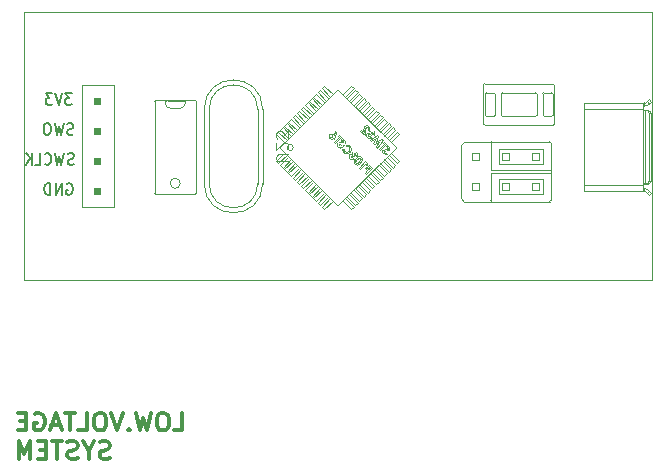
<source format=gbo>
%TF.GenerationSoftware,KiCad,Pcbnew,9.0.2*%
%TF.CreationDate,2026-01-01T17:21:28+07:00*%
%TF.ProjectId,ControlMikon,436f6e74-726f-46c4-9d69-6b6f6e2e6b69,rev?*%
%TF.SameCoordinates,Original*%
%TF.FileFunction,Legend,Bot*%
%TF.FilePolarity,Positive*%
%FSLAX46Y46*%
G04 Gerber Fmt 4.6, Leading zero omitted, Abs format (unit mm)*
G04 Created by KiCad (PCBNEW 9.0.2) date 2026-01-01 17:21:28*
%MOMM*%
%LPD*%
G01*
G04 APERTURE LIST*
%ADD10C,0.300000*%
%ADD11C,0.100000*%
%ADD12C,0.150000*%
%ADD13C,0.120000*%
G04 APERTURE END LIST*
D10*
X181447369Y-178970870D02*
X182161655Y-178970870D01*
X182161655Y-178970870D02*
X182161655Y-177470870D01*
X180661654Y-177470870D02*
X180375940Y-177470870D01*
X180375940Y-177470870D02*
X180233083Y-177542299D01*
X180233083Y-177542299D02*
X180090226Y-177685156D01*
X180090226Y-177685156D02*
X180018797Y-177970870D01*
X180018797Y-177970870D02*
X180018797Y-178470870D01*
X180018797Y-178470870D02*
X180090226Y-178756584D01*
X180090226Y-178756584D02*
X180233083Y-178899442D01*
X180233083Y-178899442D02*
X180375940Y-178970870D01*
X180375940Y-178970870D02*
X180661654Y-178970870D01*
X180661654Y-178970870D02*
X180804512Y-178899442D01*
X180804512Y-178899442D02*
X180947369Y-178756584D01*
X180947369Y-178756584D02*
X181018797Y-178470870D01*
X181018797Y-178470870D02*
X181018797Y-177970870D01*
X181018797Y-177970870D02*
X180947369Y-177685156D01*
X180947369Y-177685156D02*
X180804512Y-177542299D01*
X180804512Y-177542299D02*
X180661654Y-177470870D01*
X179518797Y-177470870D02*
X179161654Y-178970870D01*
X179161654Y-178970870D02*
X178875940Y-177899442D01*
X178875940Y-177899442D02*
X178590225Y-178970870D01*
X178590225Y-178970870D02*
X178233083Y-177470870D01*
X177661654Y-178828013D02*
X177590225Y-178899442D01*
X177590225Y-178899442D02*
X177661654Y-178970870D01*
X177661654Y-178970870D02*
X177733082Y-178899442D01*
X177733082Y-178899442D02*
X177661654Y-178828013D01*
X177661654Y-178828013D02*
X177661654Y-178970870D01*
X177161653Y-177470870D02*
X176661653Y-178970870D01*
X176661653Y-178970870D02*
X176161653Y-177470870D01*
X175375939Y-177470870D02*
X175090225Y-177470870D01*
X175090225Y-177470870D02*
X174947368Y-177542299D01*
X174947368Y-177542299D02*
X174804511Y-177685156D01*
X174804511Y-177685156D02*
X174733082Y-177970870D01*
X174733082Y-177970870D02*
X174733082Y-178470870D01*
X174733082Y-178470870D02*
X174804511Y-178756584D01*
X174804511Y-178756584D02*
X174947368Y-178899442D01*
X174947368Y-178899442D02*
X175090225Y-178970870D01*
X175090225Y-178970870D02*
X175375939Y-178970870D01*
X175375939Y-178970870D02*
X175518797Y-178899442D01*
X175518797Y-178899442D02*
X175661654Y-178756584D01*
X175661654Y-178756584D02*
X175733082Y-178470870D01*
X175733082Y-178470870D02*
X175733082Y-177970870D01*
X175733082Y-177970870D02*
X175661654Y-177685156D01*
X175661654Y-177685156D02*
X175518797Y-177542299D01*
X175518797Y-177542299D02*
X175375939Y-177470870D01*
X173375939Y-178970870D02*
X174090225Y-178970870D01*
X174090225Y-178970870D02*
X174090225Y-177470870D01*
X173090224Y-177470870D02*
X172233082Y-177470870D01*
X172661653Y-178970870D02*
X172661653Y-177470870D01*
X171804510Y-178542299D02*
X171090225Y-178542299D01*
X171947367Y-178970870D02*
X171447367Y-177470870D01*
X171447367Y-177470870D02*
X170947367Y-178970870D01*
X169661653Y-177542299D02*
X169804511Y-177470870D01*
X169804511Y-177470870D02*
X170018796Y-177470870D01*
X170018796Y-177470870D02*
X170233082Y-177542299D01*
X170233082Y-177542299D02*
X170375939Y-177685156D01*
X170375939Y-177685156D02*
X170447368Y-177828013D01*
X170447368Y-177828013D02*
X170518796Y-178113727D01*
X170518796Y-178113727D02*
X170518796Y-178328013D01*
X170518796Y-178328013D02*
X170447368Y-178613727D01*
X170447368Y-178613727D02*
X170375939Y-178756584D01*
X170375939Y-178756584D02*
X170233082Y-178899442D01*
X170233082Y-178899442D02*
X170018796Y-178970870D01*
X170018796Y-178970870D02*
X169875939Y-178970870D01*
X169875939Y-178970870D02*
X169661653Y-178899442D01*
X169661653Y-178899442D02*
X169590225Y-178828013D01*
X169590225Y-178828013D02*
X169590225Y-178328013D01*
X169590225Y-178328013D02*
X169875939Y-178328013D01*
X168947368Y-178185156D02*
X168447368Y-178185156D01*
X168233082Y-178970870D02*
X168947368Y-178970870D01*
X168947368Y-178970870D02*
X168947368Y-177470870D01*
X168947368Y-177470870D02*
X168233082Y-177470870D01*
X176018795Y-181314358D02*
X175804510Y-181385786D01*
X175804510Y-181385786D02*
X175447367Y-181385786D01*
X175447367Y-181385786D02*
X175304510Y-181314358D01*
X175304510Y-181314358D02*
X175233081Y-181242929D01*
X175233081Y-181242929D02*
X175161652Y-181100072D01*
X175161652Y-181100072D02*
X175161652Y-180957215D01*
X175161652Y-180957215D02*
X175233081Y-180814358D01*
X175233081Y-180814358D02*
X175304510Y-180742929D01*
X175304510Y-180742929D02*
X175447367Y-180671500D01*
X175447367Y-180671500D02*
X175733081Y-180600072D01*
X175733081Y-180600072D02*
X175875938Y-180528643D01*
X175875938Y-180528643D02*
X175947367Y-180457215D01*
X175947367Y-180457215D02*
X176018795Y-180314358D01*
X176018795Y-180314358D02*
X176018795Y-180171500D01*
X176018795Y-180171500D02*
X175947367Y-180028643D01*
X175947367Y-180028643D02*
X175875938Y-179957215D01*
X175875938Y-179957215D02*
X175733081Y-179885786D01*
X175733081Y-179885786D02*
X175375938Y-179885786D01*
X175375938Y-179885786D02*
X175161652Y-179957215D01*
X174233081Y-180671500D02*
X174233081Y-181385786D01*
X174733081Y-179885786D02*
X174233081Y-180671500D01*
X174233081Y-180671500D02*
X173733081Y-179885786D01*
X173304510Y-181314358D02*
X173090225Y-181385786D01*
X173090225Y-181385786D02*
X172733082Y-181385786D01*
X172733082Y-181385786D02*
X172590225Y-181314358D01*
X172590225Y-181314358D02*
X172518796Y-181242929D01*
X172518796Y-181242929D02*
X172447367Y-181100072D01*
X172447367Y-181100072D02*
X172447367Y-180957215D01*
X172447367Y-180957215D02*
X172518796Y-180814358D01*
X172518796Y-180814358D02*
X172590225Y-180742929D01*
X172590225Y-180742929D02*
X172733082Y-180671500D01*
X172733082Y-180671500D02*
X173018796Y-180600072D01*
X173018796Y-180600072D02*
X173161653Y-180528643D01*
X173161653Y-180528643D02*
X173233082Y-180457215D01*
X173233082Y-180457215D02*
X173304510Y-180314358D01*
X173304510Y-180314358D02*
X173304510Y-180171500D01*
X173304510Y-180171500D02*
X173233082Y-180028643D01*
X173233082Y-180028643D02*
X173161653Y-179957215D01*
X173161653Y-179957215D02*
X173018796Y-179885786D01*
X173018796Y-179885786D02*
X172661653Y-179885786D01*
X172661653Y-179885786D02*
X172447367Y-179957215D01*
X172018796Y-179885786D02*
X171161654Y-179885786D01*
X171590225Y-181385786D02*
X171590225Y-179885786D01*
X170661654Y-180600072D02*
X170161654Y-180600072D01*
X169947368Y-181385786D02*
X170661654Y-181385786D01*
X170661654Y-181385786D02*
X170661654Y-179885786D01*
X170661654Y-179885786D02*
X169947368Y-179885786D01*
X169304511Y-181385786D02*
X169304511Y-179885786D01*
X169304511Y-179885786D02*
X168804511Y-180957215D01*
X168804511Y-180957215D02*
X168304511Y-179885786D01*
X168304511Y-179885786D02*
X168304511Y-181385786D01*
D11*
X191132580Y-156168094D02*
X190323057Y-156168094D01*
X190323057Y-156168094D02*
X190227819Y-156120475D01*
X190227819Y-156120475D02*
X190180200Y-156072856D01*
X190180200Y-156072856D02*
X190132580Y-155977618D01*
X190132580Y-155977618D02*
X190132580Y-155787142D01*
X190132580Y-155787142D02*
X190180200Y-155691904D01*
X190180200Y-155691904D02*
X190227819Y-155644285D01*
X190227819Y-155644285D02*
X190323057Y-155596666D01*
X190323057Y-155596666D02*
X191132580Y-155596666D01*
X191037342Y-155168094D02*
X191084961Y-155120475D01*
X191084961Y-155120475D02*
X191132580Y-155025237D01*
X191132580Y-155025237D02*
X191132580Y-154787142D01*
X191132580Y-154787142D02*
X191084961Y-154691904D01*
X191084961Y-154691904D02*
X191037342Y-154644285D01*
X191037342Y-154644285D02*
X190942104Y-154596666D01*
X190942104Y-154596666D02*
X190846866Y-154596666D01*
X190846866Y-154596666D02*
X190704009Y-154644285D01*
X190704009Y-154644285D02*
X190132580Y-155215713D01*
X190132580Y-155215713D02*
X190132580Y-154596666D01*
X191132580Y-154263332D02*
X191132580Y-153644285D01*
X191132580Y-153644285D02*
X190751628Y-153977618D01*
X190751628Y-153977618D02*
X190751628Y-153834761D01*
X190751628Y-153834761D02*
X190704009Y-153739523D01*
X190704009Y-153739523D02*
X190656390Y-153691904D01*
X190656390Y-153691904D02*
X190561152Y-153644285D01*
X190561152Y-153644285D02*
X190323057Y-153644285D01*
X190323057Y-153644285D02*
X190227819Y-153691904D01*
X190227819Y-153691904D02*
X190180200Y-153739523D01*
X190180200Y-153739523D02*
X190132580Y-153834761D01*
X190132580Y-153834761D02*
X190132580Y-154120475D01*
X190132580Y-154120475D02*
X190180200Y-154215713D01*
X190180200Y-154215713D02*
X190227819Y-154263332D01*
D12*
X172967171Y-156441396D02*
X172838600Y-156489015D01*
X172838600Y-156489015D02*
X172624314Y-156489015D01*
X172624314Y-156489015D02*
X172538600Y-156441396D01*
X172538600Y-156441396D02*
X172495742Y-156393776D01*
X172495742Y-156393776D02*
X172452885Y-156298538D01*
X172452885Y-156298538D02*
X172452885Y-156203300D01*
X172452885Y-156203300D02*
X172495742Y-156108062D01*
X172495742Y-156108062D02*
X172538600Y-156060443D01*
X172538600Y-156060443D02*
X172624314Y-156012824D01*
X172624314Y-156012824D02*
X172795742Y-155965205D01*
X172795742Y-155965205D02*
X172881457Y-155917586D01*
X172881457Y-155917586D02*
X172924314Y-155869967D01*
X172924314Y-155869967D02*
X172967171Y-155774729D01*
X172967171Y-155774729D02*
X172967171Y-155679491D01*
X172967171Y-155679491D02*
X172924314Y-155584253D01*
X172924314Y-155584253D02*
X172881457Y-155536634D01*
X172881457Y-155536634D02*
X172795742Y-155489015D01*
X172795742Y-155489015D02*
X172581457Y-155489015D01*
X172581457Y-155489015D02*
X172452885Y-155536634D01*
X172152885Y-155489015D02*
X171938599Y-156489015D01*
X171938599Y-156489015D02*
X171767171Y-155774729D01*
X171767171Y-155774729D02*
X171595742Y-156489015D01*
X171595742Y-156489015D02*
X171381457Y-155489015D01*
X170524314Y-156393776D02*
X170567171Y-156441396D01*
X170567171Y-156441396D02*
X170695743Y-156489015D01*
X170695743Y-156489015D02*
X170781457Y-156489015D01*
X170781457Y-156489015D02*
X170910028Y-156441396D01*
X170910028Y-156441396D02*
X170995743Y-156346157D01*
X170995743Y-156346157D02*
X171038600Y-156250919D01*
X171038600Y-156250919D02*
X171081457Y-156060443D01*
X171081457Y-156060443D02*
X171081457Y-155917586D01*
X171081457Y-155917586D02*
X171038600Y-155727110D01*
X171038600Y-155727110D02*
X170995743Y-155631872D01*
X170995743Y-155631872D02*
X170910028Y-155536634D01*
X170910028Y-155536634D02*
X170781457Y-155489015D01*
X170781457Y-155489015D02*
X170695743Y-155489015D01*
X170695743Y-155489015D02*
X170567171Y-155536634D01*
X170567171Y-155536634D02*
X170524314Y-155584253D01*
X169710028Y-156489015D02*
X170138600Y-156489015D01*
X170138600Y-156489015D02*
X170138600Y-155489015D01*
X169410029Y-156489015D02*
X169410029Y-155489015D01*
X168895743Y-156489015D02*
X169281457Y-155917586D01*
X168895743Y-155489015D02*
X169410029Y-156060443D01*
X172807743Y-150409015D02*
X172250600Y-150409015D01*
X172250600Y-150409015D02*
X172550600Y-150789967D01*
X172550600Y-150789967D02*
X172422029Y-150789967D01*
X172422029Y-150789967D02*
X172336315Y-150837586D01*
X172336315Y-150837586D02*
X172293457Y-150885205D01*
X172293457Y-150885205D02*
X172250600Y-150980443D01*
X172250600Y-150980443D02*
X172250600Y-151218538D01*
X172250600Y-151218538D02*
X172293457Y-151313776D01*
X172293457Y-151313776D02*
X172336315Y-151361396D01*
X172336315Y-151361396D02*
X172422029Y-151409015D01*
X172422029Y-151409015D02*
X172679172Y-151409015D01*
X172679172Y-151409015D02*
X172764886Y-151361396D01*
X172764886Y-151361396D02*
X172807743Y-151313776D01*
X171993457Y-150409015D02*
X171693457Y-151409015D01*
X171693457Y-151409015D02*
X171393457Y-150409015D01*
X171179171Y-150409015D02*
X170622028Y-150409015D01*
X170622028Y-150409015D02*
X170922028Y-150789967D01*
X170922028Y-150789967D02*
X170793457Y-150789967D01*
X170793457Y-150789967D02*
X170707743Y-150837586D01*
X170707743Y-150837586D02*
X170664885Y-150885205D01*
X170664885Y-150885205D02*
X170622028Y-150980443D01*
X170622028Y-150980443D02*
X170622028Y-151218538D01*
X170622028Y-151218538D02*
X170664885Y-151313776D01*
X170664885Y-151313776D02*
X170707743Y-151361396D01*
X170707743Y-151361396D02*
X170793457Y-151409015D01*
X170793457Y-151409015D02*
X171050600Y-151409015D01*
X171050600Y-151409015D02*
X171136314Y-151361396D01*
X171136314Y-151361396D02*
X171179171Y-151313776D01*
X172379171Y-158076634D02*
X172464886Y-158029015D01*
X172464886Y-158029015D02*
X172593457Y-158029015D01*
X172593457Y-158029015D02*
X172722028Y-158076634D01*
X172722028Y-158076634D02*
X172807743Y-158171872D01*
X172807743Y-158171872D02*
X172850600Y-158267110D01*
X172850600Y-158267110D02*
X172893457Y-158457586D01*
X172893457Y-158457586D02*
X172893457Y-158600443D01*
X172893457Y-158600443D02*
X172850600Y-158790919D01*
X172850600Y-158790919D02*
X172807743Y-158886157D01*
X172807743Y-158886157D02*
X172722028Y-158981396D01*
X172722028Y-158981396D02*
X172593457Y-159029015D01*
X172593457Y-159029015D02*
X172507743Y-159029015D01*
X172507743Y-159029015D02*
X172379171Y-158981396D01*
X172379171Y-158981396D02*
X172336314Y-158933776D01*
X172336314Y-158933776D02*
X172336314Y-158600443D01*
X172336314Y-158600443D02*
X172507743Y-158600443D01*
X171950600Y-159029015D02*
X171950600Y-158029015D01*
X171950600Y-158029015D02*
X171436314Y-159029015D01*
X171436314Y-159029015D02*
X171436314Y-158029015D01*
X171007743Y-159029015D02*
X171007743Y-158029015D01*
X171007743Y-158029015D02*
X170793457Y-158029015D01*
X170793457Y-158029015D02*
X170664886Y-158076634D01*
X170664886Y-158076634D02*
X170579171Y-158171872D01*
X170579171Y-158171872D02*
X170536314Y-158267110D01*
X170536314Y-158267110D02*
X170493457Y-158457586D01*
X170493457Y-158457586D02*
X170493457Y-158600443D01*
X170493457Y-158600443D02*
X170536314Y-158790919D01*
X170536314Y-158790919D02*
X170579171Y-158886157D01*
X170579171Y-158886157D02*
X170664886Y-158981396D01*
X170664886Y-158981396D02*
X170793457Y-159029015D01*
X170793457Y-159029015D02*
X171007743Y-159029015D01*
X172936314Y-153901396D02*
X172807743Y-153949015D01*
X172807743Y-153949015D02*
X172593457Y-153949015D01*
X172593457Y-153949015D02*
X172507743Y-153901396D01*
X172507743Y-153901396D02*
X172464885Y-153853776D01*
X172464885Y-153853776D02*
X172422028Y-153758538D01*
X172422028Y-153758538D02*
X172422028Y-153663300D01*
X172422028Y-153663300D02*
X172464885Y-153568062D01*
X172464885Y-153568062D02*
X172507743Y-153520443D01*
X172507743Y-153520443D02*
X172593457Y-153472824D01*
X172593457Y-153472824D02*
X172764885Y-153425205D01*
X172764885Y-153425205D02*
X172850600Y-153377586D01*
X172850600Y-153377586D02*
X172893457Y-153329967D01*
X172893457Y-153329967D02*
X172936314Y-153234729D01*
X172936314Y-153234729D02*
X172936314Y-153139491D01*
X172936314Y-153139491D02*
X172893457Y-153044253D01*
X172893457Y-153044253D02*
X172850600Y-152996634D01*
X172850600Y-152996634D02*
X172764885Y-152949015D01*
X172764885Y-152949015D02*
X172550600Y-152949015D01*
X172550600Y-152949015D02*
X172422028Y-152996634D01*
X172122028Y-152949015D02*
X171907742Y-153949015D01*
X171907742Y-153949015D02*
X171736314Y-153234729D01*
X171736314Y-153234729D02*
X171564885Y-153949015D01*
X171564885Y-153949015D02*
X171350600Y-152949015D01*
X170836314Y-152949015D02*
X170664886Y-152949015D01*
X170664886Y-152949015D02*
X170579171Y-152996634D01*
X170579171Y-152996634D02*
X170493457Y-153091872D01*
X170493457Y-153091872D02*
X170450600Y-153282348D01*
X170450600Y-153282348D02*
X170450600Y-153615681D01*
X170450600Y-153615681D02*
X170493457Y-153806157D01*
X170493457Y-153806157D02*
X170579171Y-153901396D01*
X170579171Y-153901396D02*
X170664886Y-153949015D01*
X170664886Y-153949015D02*
X170836314Y-153949015D01*
X170836314Y-153949015D02*
X170922029Y-153901396D01*
X170922029Y-153901396D02*
X171007743Y-153806157D01*
X171007743Y-153806157D02*
X171050600Y-153615681D01*
X171050600Y-153615681D02*
X171050600Y-153282348D01*
X171050600Y-153282348D02*
X171007743Y-153091872D01*
X171007743Y-153091872D02*
X170922029Y-152996634D01*
X170922029Y-152996634D02*
X170836314Y-152949015D01*
D13*
%TO.C,U23*%
X168765000Y-143505000D02*
X221915000Y-143505000D01*
X168765000Y-166255000D02*
X168765000Y-143505000D01*
X173690000Y-149740000D02*
X173690000Y-160020000D01*
X173690000Y-160020000D02*
X176350000Y-160020000D01*
X176350000Y-149740000D02*
X173690000Y-149740000D01*
X176350000Y-160020000D02*
X176350000Y-149740000D01*
X179817191Y-151087718D02*
X179817191Y-158887718D01*
X179817191Y-158887718D02*
X179817193Y-158888337D01*
X179817193Y-151087100D02*
X179817191Y-151087718D01*
X179817196Y-158888666D02*
X179817191Y-158887718D01*
X180726149Y-151094188D02*
X180726149Y-151280774D01*
X180926149Y-151071800D02*
X182208233Y-151071800D01*
X182008233Y-151680774D02*
X181126149Y-151680774D01*
X182408233Y-151280774D02*
X182408233Y-151094188D01*
X183217191Y-150987718D02*
X179917191Y-150987718D01*
X183217191Y-158987718D02*
X179917191Y-158987718D01*
X183217191Y-158987718D02*
X183217810Y-158987717D01*
X183217810Y-150987720D02*
X183217191Y-150987718D01*
X183317189Y-158888337D02*
X183317191Y-158887718D01*
X183317191Y-151087718D02*
X183317189Y-151087100D01*
X183317191Y-151087718D02*
X183317191Y-158887718D01*
X183327191Y-152487718D02*
X183327191Y-151987718D01*
X183327191Y-157487718D02*
X183327191Y-157987718D01*
X184022412Y-151767950D02*
X184022412Y-158067950D01*
X184447412Y-158067950D02*
X184447412Y-151767950D01*
X188547412Y-151767950D02*
X188547412Y-158067950D01*
X188972412Y-158067950D02*
X188972412Y-151767950D01*
X190088834Y-153883127D02*
X190300966Y-153670995D01*
X190088834Y-153883127D02*
X190795940Y-154590233D01*
X190088834Y-156145868D02*
X190795940Y-155438762D01*
X190300966Y-153670995D02*
X191008072Y-154378101D01*
X190300966Y-156358000D02*
X190088834Y-156145868D01*
X190300966Y-156358000D02*
X191008072Y-155650894D01*
X190421676Y-154964498D02*
X190421676Y-155064498D01*
X190442387Y-153529573D02*
X190654519Y-153317441D01*
X190442387Y-153529573D02*
X191149494Y-154236680D01*
X190442387Y-156499422D02*
X191149494Y-155792315D01*
X190654519Y-153317441D02*
X191361626Y-154024548D01*
X190654519Y-156711554D02*
X190442387Y-156499422D01*
X190654519Y-156711554D02*
X191361626Y-156004447D01*
X190795940Y-153176020D02*
X191008072Y-152963888D01*
X190795940Y-153176020D02*
X191503047Y-153883127D01*
X190795940Y-156852975D02*
X191503047Y-156145868D01*
X191008072Y-152963888D02*
X191715179Y-153670995D01*
X191008072Y-157065107D02*
X190795940Y-156852975D01*
X191008072Y-157065107D02*
X191715179Y-156358000D01*
X191149494Y-152822467D02*
X191361626Y-152610334D01*
X191149494Y-152822467D02*
X191856601Y-153529573D01*
X191149494Y-157206529D02*
X191856601Y-156499422D01*
X191361626Y-152610334D02*
X192068733Y-153317441D01*
X191361626Y-157418661D02*
X191149494Y-157206529D01*
X191361626Y-157418661D02*
X192068733Y-156711554D01*
X191503047Y-152468913D02*
X191715179Y-152256781D01*
X191503047Y-152468913D02*
X192210154Y-153176020D01*
X191503047Y-157560082D02*
X192210154Y-156852975D01*
X191715179Y-152256781D02*
X192422286Y-152963888D01*
X191715179Y-157772214D02*
X191503047Y-157560082D01*
X191715179Y-157772214D02*
X192422286Y-157065107D01*
X191856601Y-152115360D02*
X192068733Y-151903228D01*
X191856601Y-152115360D02*
X192563707Y-152822467D01*
X191856601Y-157913635D02*
X192563707Y-157206529D01*
X192068733Y-151903228D02*
X192775839Y-152610334D01*
X192068733Y-158125767D02*
X191856601Y-157913635D01*
X192068733Y-158125767D02*
X192775839Y-157418661D01*
X192210154Y-151761806D02*
X192422286Y-151549674D01*
X192210154Y-151761806D02*
X192917261Y-152468913D01*
X192210154Y-158267189D02*
X192917261Y-157560082D01*
X192422286Y-151549674D02*
X193129393Y-152256781D01*
X192422286Y-158479321D02*
X192210154Y-158267189D01*
X192422286Y-158479321D02*
X193129393Y-157772214D01*
X192563707Y-151408253D02*
X192775839Y-151196121D01*
X192563707Y-151408253D02*
X193270814Y-152115360D01*
X192563707Y-158620742D02*
X193270814Y-157913635D01*
X192775839Y-151196121D02*
X193482946Y-151903228D01*
X192775839Y-158832874D02*
X192563707Y-158620742D01*
X192775839Y-158832874D02*
X193482946Y-158125767D01*
X192917261Y-151054700D02*
X193129393Y-150842568D01*
X192917261Y-151054700D02*
X193624368Y-151761806D01*
X192917261Y-158974296D02*
X193624368Y-158267189D01*
X193129393Y-150842568D02*
X193836500Y-151549674D01*
X193129393Y-159186428D02*
X192917261Y-158974296D01*
X193129393Y-159186428D02*
X193836500Y-158479321D01*
X193270814Y-150701146D02*
X193482946Y-150489014D01*
X193270814Y-150701146D02*
X193977921Y-151408253D01*
X193270814Y-159327849D02*
X193977921Y-158620742D01*
X193482946Y-150489014D02*
X194190053Y-151196121D01*
X193482946Y-159539981D02*
X193270814Y-159327849D01*
X193482946Y-159539981D02*
X194190053Y-158832874D01*
X193624368Y-150347593D02*
X193836500Y-150135461D01*
X193624368Y-150347593D02*
X194331474Y-151054700D01*
X193624368Y-159681402D02*
X194331474Y-158974296D01*
X193836500Y-150135461D02*
X194543606Y-150842568D01*
X193836500Y-159893534D02*
X193624368Y-159681402D01*
X193836500Y-159893534D02*
X194543606Y-159186428D01*
X193977921Y-149994039D02*
X194190053Y-149781907D01*
X193977921Y-149994039D02*
X194685028Y-150701146D01*
X193977921Y-160034956D02*
X194685028Y-159327849D01*
X194190053Y-149781907D02*
X194897160Y-150489014D01*
X194190053Y-160247088D02*
X193977921Y-160034956D01*
X194190053Y-160247088D02*
X194897160Y-159539981D01*
X194975088Y-154561054D02*
X195070276Y-154656241D01*
X194984543Y-154266037D02*
X195042341Y-154177483D01*
X194984543Y-154266037D02*
X195042341Y-154177483D01*
X195042341Y-154177483D02*
X195071551Y-154099140D01*
X195042341Y-154177483D02*
X195071551Y-154099140D01*
X195070276Y-154656241D02*
X195505419Y-154221099D01*
X195071551Y-154099140D02*
X195201584Y-153699692D01*
X195074632Y-153658154D02*
X194985393Y-153932243D01*
X195201584Y-153699692D02*
X195074632Y-153658154D01*
X195271424Y-150114750D02*
X190421676Y-154964498D01*
X195271424Y-150114750D02*
X195371424Y-150114750D01*
X195271424Y-159914245D02*
X190421676Y-155064498D01*
X195315044Y-154030724D02*
X195410231Y-154125911D01*
X195371424Y-159914245D02*
X195271424Y-159914245D01*
X195371424Y-159914245D02*
X200221171Y-155064498D01*
X195410231Y-153935536D02*
X195315044Y-154030724D01*
X195410231Y-154125911D02*
X194975088Y-154561054D01*
X195505419Y-154221099D02*
X195600606Y-154316286D01*
X195577565Y-154505782D02*
X195564486Y-154579327D01*
X195577565Y-154505782D02*
X195564486Y-154579327D01*
X195600606Y-154316286D02*
X195695793Y-154221099D01*
X195627271Y-154425603D02*
X195577565Y-154505782D01*
X195627271Y-154425603D02*
X195577565Y-154505782D01*
X195695793Y-154221099D02*
X195410231Y-153935536D01*
X195710773Y-155121449D02*
X195744488Y-155319237D01*
X195710773Y-155121449D02*
X195744488Y-155319237D01*
X195715128Y-155004058D02*
X195777392Y-154895031D01*
X195715128Y-155004058D02*
X195777392Y-154895031D01*
X195744488Y-155319237D02*
X195835175Y-155448337D01*
X195744488Y-155319237D02*
X195835175Y-155448337D01*
X195777392Y-154895031D02*
X195780888Y-154795729D01*
X195777392Y-154895031D02*
X195780888Y-154795729D01*
X195780888Y-154795729D02*
X195873505Y-154773372D01*
X195780888Y-154795729D02*
X195873505Y-154773372D01*
X195849517Y-155118049D02*
X195710773Y-155121449D01*
X195873505Y-154773372D02*
X195934718Y-154730075D01*
X195873505Y-154773372D02*
X195934718Y-154730075D01*
X196059333Y-154768639D02*
X196062414Y-154905152D01*
X196062414Y-154905152D02*
X196204997Y-154926234D01*
X196062414Y-154905152D02*
X196204997Y-154926234D01*
X196204997Y-154926234D02*
X196299745Y-154988229D01*
X196204997Y-154926234D02*
X196299745Y-154988229D01*
X196217824Y-154785568D02*
X196059333Y-154768639D01*
X196217824Y-154785568D02*
X196059333Y-154768639D01*
X196391214Y-154889323D02*
X196217824Y-154785568D01*
X196391214Y-154889323D02*
X196217824Y-154785568D01*
X196446351Y-155714246D02*
X196470861Y-155696296D01*
X196446351Y-155714246D02*
X196470861Y-155696296D01*
X196452795Y-149781907D02*
X195745688Y-150489014D01*
X196452795Y-160247088D02*
X195745688Y-159539981D01*
X196452795Y-160247088D02*
X196664927Y-160034956D01*
X196470861Y-155696296D02*
X196499742Y-155686916D01*
X196470861Y-155696296D02*
X196499742Y-155686916D01*
X196499742Y-155686916D02*
X196560041Y-155691770D01*
X196499742Y-155686916D02*
X196560041Y-155691770D01*
X196560041Y-155691770D02*
X196661266Y-155757696D01*
X196560041Y-155691770D02*
X196661266Y-155757696D01*
X196661266Y-155757696D02*
X196749655Y-155669308D01*
X196664927Y-149994039D02*
X195957820Y-150701146D01*
X196664927Y-149994039D02*
X196452795Y-149781907D01*
X196664927Y-160034956D02*
X195957820Y-159327849D01*
X196693056Y-155543670D02*
X196699794Y-155521006D01*
X196693056Y-155543670D02*
X196699794Y-155521006D01*
X196697971Y-155590451D02*
X196693056Y-155543670D01*
X196697971Y-155590451D02*
X196693056Y-155543670D01*
X196699794Y-155521006D02*
X196713322Y-155501667D01*
X196699794Y-155521006D02*
X196713322Y-155501667D01*
X196703116Y-156206539D02*
X196705874Y-156272564D01*
X196703116Y-156206539D02*
X196705874Y-156272564D01*
X196705874Y-156272564D02*
X196730965Y-156333696D01*
X196705874Y-156272564D02*
X196730965Y-156333696D01*
X196715659Y-155975267D02*
X196620472Y-155880080D01*
X196718767Y-156142190D02*
X196703116Y-156206539D01*
X196718767Y-156142190D02*
X196703116Y-156206539D01*
X196730965Y-156333696D02*
X196772283Y-156385445D01*
X196730965Y-156333696D02*
X196772283Y-156385445D01*
X196749655Y-155669308D02*
X196697971Y-155590451D01*
X196749655Y-155669308D02*
X196697971Y-155590451D01*
X196772283Y-156385445D02*
X196823582Y-156426557D01*
X196772283Y-156385445D02*
X196823582Y-156426557D01*
X196783780Y-156027084D02*
X196718767Y-156142190D01*
X196783780Y-156027084D02*
X196718767Y-156142190D01*
X196806348Y-150135461D02*
X196099241Y-150842568D01*
X196806348Y-159893534D02*
X196099241Y-159186428D01*
X196806348Y-159893534D02*
X197018480Y-159681402D01*
X196823582Y-156426557D02*
X196883974Y-156452241D01*
X196823582Y-156426557D02*
X196883974Y-156452241D01*
X196831244Y-155614915D02*
X196926431Y-155710102D01*
X196846223Y-156196132D02*
X196904183Y-156092677D01*
X196846223Y-156196132D02*
X196904183Y-156092677D01*
X196871826Y-155927886D02*
X196783780Y-156027084D01*
X196871826Y-155927886D02*
X196783780Y-156027084D01*
X196883974Y-156452241D02*
X196949406Y-156457266D01*
X196883974Y-156452241D02*
X196949406Y-156457266D01*
X196899962Y-156311859D02*
X196867895Y-156290682D01*
X196899962Y-156311859D02*
X196867895Y-156290682D01*
X196904183Y-156092677D02*
X196967013Y-156023074D01*
X196904183Y-156092677D02*
X196967013Y-156023074D01*
X196926431Y-155710102D02*
X196966921Y-155638996D01*
X196926431Y-155710102D02*
X196966921Y-155638996D01*
X196937879Y-156318209D02*
X196899962Y-156311859D01*
X196937879Y-156318209D02*
X196899962Y-156311859D01*
X196949406Y-156457266D02*
X197013729Y-156443761D01*
X196949406Y-156457266D02*
X197013729Y-156443761D01*
X196958734Y-155475259D02*
X196911346Y-155409455D01*
X196958734Y-155475259D02*
X196911346Y-155409455D01*
X196966921Y-155638996D02*
X196979231Y-155575926D01*
X196966921Y-155638996D02*
X196979231Y-155575926D01*
X196967013Y-156023074D02*
X197088611Y-155922563D01*
X196967013Y-156023074D02*
X197088611Y-155922563D01*
X196971541Y-155839465D02*
X196871826Y-155927886D01*
X196971541Y-155839465D02*
X196871826Y-155927886D01*
X196979231Y-155575926D02*
X196958734Y-155475259D01*
X196979231Y-155575926D02*
X196958734Y-155475259D01*
X197011238Y-156296368D02*
X196937879Y-156318209D01*
X197011238Y-156296368D02*
X196937879Y-156318209D01*
X197013729Y-156443761D02*
X197128685Y-156380602D01*
X197013729Y-156443761D02*
X197128685Y-156380602D01*
X197018480Y-150347593D02*
X196311373Y-151054700D01*
X197018480Y-150347593D02*
X196806348Y-150135461D01*
X197018480Y-159681402D02*
X196311373Y-158974296D01*
X197087430Y-155774603D02*
X196971541Y-155839465D01*
X197087430Y-155774603D02*
X196971541Y-155839465D01*
X197088611Y-155922563D02*
X197162911Y-155897809D01*
X197088611Y-155922563D02*
X197162911Y-155897809D01*
X197128685Y-156380602D02*
X197227185Y-156293232D01*
X197128685Y-156380602D02*
X197227185Y-156293232D01*
X197130936Y-156199107D02*
X197011238Y-156296368D01*
X197130936Y-156199107D02*
X197011238Y-156296368D01*
X197137203Y-156723169D02*
X197232391Y-156818356D01*
X197152391Y-155760244D02*
X197087430Y-155774603D01*
X197152391Y-155760244D02*
X197087430Y-155774603D01*
X197159901Y-150489014D02*
X196452795Y-151196121D01*
X197159901Y-159539981D02*
X196452795Y-158832874D01*
X197159901Y-159539981D02*
X197372033Y-159327849D01*
X197162911Y-155897809D02*
X197201944Y-155902479D01*
X197162911Y-155897809D02*
X197201944Y-155902479D01*
X197201944Y-155902479D02*
X197235047Y-155923531D01*
X197201944Y-155902479D02*
X197235047Y-155923531D01*
X197218652Y-155764728D02*
X197152391Y-155760244D01*
X197218652Y-155764728D02*
X197152391Y-155760244D01*
X197227185Y-156293232D02*
X197339199Y-156161107D01*
X197227185Y-156293232D02*
X197339199Y-156161107D01*
X197232391Y-156818356D02*
X197674333Y-156376415D01*
X197235047Y-155923531D02*
X197257419Y-155957552D01*
X197235047Y-155923531D02*
X197257419Y-155957552D01*
X197236153Y-156073989D02*
X197130936Y-156199107D01*
X197236153Y-156073989D02*
X197130936Y-156199107D01*
X197252788Y-153588782D02*
X197606342Y-153942336D01*
X197257419Y-155957552D02*
X197263953Y-155997725D01*
X197257419Y-155957552D02*
X197263953Y-155997725D01*
X197263953Y-155997725D02*
X197236153Y-156073989D01*
X197263953Y-155997725D02*
X197236153Y-156073989D01*
X197280267Y-155789572D02*
X197218652Y-155764728D01*
X197280267Y-155789572D02*
X197218652Y-155764728D01*
X197332571Y-155830680D02*
X197280267Y-155789572D01*
X197332571Y-155830680D02*
X197280267Y-155789572D01*
X197339199Y-156161107D02*
X197395463Y-156037840D01*
X197339199Y-156161107D02*
X197395463Y-156037840D01*
X197341177Y-153500394D02*
X197252788Y-153588782D01*
X197372033Y-150701146D02*
X196664927Y-151408253D01*
X197372033Y-150701146D02*
X197159901Y-150489014D01*
X197372033Y-159327849D02*
X196664927Y-158620742D01*
X197387224Y-155913010D02*
X197332571Y-155830680D01*
X197387224Y-155913010D02*
X197332571Y-155830680D01*
X197395463Y-156037840D02*
X197387224Y-155913010D01*
X197395463Y-156037840D02*
X197387224Y-155913010D01*
X197513455Y-150842568D02*
X196806348Y-151549674D01*
X197513455Y-159186428D02*
X196806348Y-158479321D01*
X197513455Y-159186428D02*
X197725587Y-158974296D01*
X197519653Y-153678870D02*
X197341177Y-153500394D01*
X197527727Y-153560098D02*
X197519653Y-153678870D01*
X197599542Y-157185508D02*
X197694730Y-157280695D01*
X197606342Y-153942336D02*
X197654573Y-153894104D01*
X197654573Y-153894104D02*
X197664665Y-153569978D01*
X197664665Y-153569978D02*
X197679950Y-153418478D01*
X197664665Y-153569978D02*
X197679950Y-153418478D01*
X197667534Y-156192839D02*
X197137203Y-156723169D01*
X197674333Y-156376415D02*
X197783118Y-156485200D01*
X197674333Y-156784361D02*
X197837511Y-156947539D01*
X197679950Y-153418478D02*
X197732975Y-153312569D01*
X197679950Y-153418478D02*
X197732975Y-153312569D01*
X197694730Y-157280695D02*
X198225060Y-156750365D01*
X197725587Y-151054700D02*
X197018480Y-151761806D01*
X197725587Y-151054700D02*
X197513455Y-150842568D01*
X197725587Y-158974296D02*
X197018480Y-158267189D01*
X197769520Y-156689173D02*
X197674333Y-156784361D01*
X197783118Y-156485200D02*
X197814670Y-156339976D01*
X197814670Y-156339976D02*
X197667534Y-156192839D01*
X197837511Y-156947539D02*
X197599542Y-157185508D01*
X197851109Y-153479996D02*
X197946297Y-153575184D01*
X197867008Y-151196121D02*
X197159901Y-151903228D01*
X197867008Y-158832874D02*
X197159901Y-158125767D01*
X197867008Y-158832874D02*
X198079140Y-158620742D01*
X197871507Y-156587187D02*
X198034685Y-156750365D01*
X197872888Y-153311400D02*
X197897702Y-153357327D01*
X197872888Y-153311400D02*
X197897702Y-153357327D01*
X197894449Y-153409758D02*
X197851109Y-153479996D01*
X197894449Y-153409758D02*
X197851109Y-153479996D01*
X197897702Y-153357327D02*
X197894449Y-153409758D01*
X197897702Y-153357327D02*
X197894449Y-153409758D01*
X197908158Y-153926081D02*
X197932668Y-153908131D01*
X197908158Y-153926081D02*
X197932668Y-153908131D01*
X197932668Y-153908131D02*
X197961549Y-153898751D01*
X197932668Y-153908131D02*
X197961549Y-153898751D01*
X197932699Y-156852352D02*
X197769520Y-156689173D01*
X197961549Y-153898751D02*
X198021848Y-153903606D01*
X197961549Y-153898751D02*
X198021848Y-153903606D01*
X197966694Y-156491999D02*
X197871507Y-156587187D01*
X198021848Y-153903606D02*
X198123073Y-153969532D01*
X198021848Y-153903606D02*
X198123073Y-153969532D01*
X198034685Y-156750365D02*
X197932699Y-156852352D01*
X198061882Y-154397875D02*
X198158238Y-154494231D01*
X198079140Y-151408253D02*
X197372033Y-152115360D01*
X198079140Y-151408253D02*
X197867008Y-151196121D01*
X198079140Y-158620742D02*
X197372033Y-157913635D01*
X198123073Y-153969532D02*
X198211462Y-153881144D01*
X198154863Y-153755506D02*
X198161601Y-153732842D01*
X198154863Y-153755506D02*
X198161601Y-153732842D01*
X198158238Y-154494231D02*
X198549823Y-154215893D01*
X198159778Y-153802287D02*
X198154863Y-153755506D01*
X198159778Y-153802287D02*
X198154863Y-153755506D01*
X198161601Y-153732842D02*
X198175129Y-153713503D01*
X198161601Y-153732842D02*
X198175129Y-153713503D01*
X198177466Y-154187103D02*
X198082279Y-154091916D01*
X198211462Y-153881144D02*
X198159778Y-153802287D01*
X198211462Y-153881144D02*
X198159778Y-153802287D01*
X198220562Y-151549674D02*
X197513455Y-152256781D01*
X198220562Y-158479321D02*
X197513455Y-157772214D01*
X198220562Y-158479321D02*
X198432694Y-158267189D01*
X198225060Y-156750365D02*
X197966694Y-156491999D01*
X198293051Y-153826751D02*
X198388239Y-153921938D01*
X198325134Y-154661128D02*
X198417985Y-154753979D01*
X198388239Y-153921938D02*
X198428729Y-153850832D01*
X198388239Y-153921938D02*
X198428729Y-153850832D01*
X198417985Y-154753979D02*
X198862582Y-154528652D01*
X198420541Y-153687095D02*
X198373153Y-153621290D01*
X198420541Y-153687095D02*
X198373153Y-153621290D01*
X198428729Y-153850832D02*
X198441038Y-153787762D01*
X198428729Y-153850832D02*
X198441038Y-153787762D01*
X198432694Y-151761806D02*
X197725587Y-152468913D01*
X198432694Y-151761806D02*
X198220562Y-151549674D01*
X198432694Y-158267189D02*
X197725587Y-157560082D01*
X198441038Y-153787762D02*
X198420541Y-153687095D01*
X198441038Y-153787762D02*
X198420541Y-153687095D01*
X198531657Y-154546818D02*
X198779718Y-154055052D01*
X198549823Y-154215893D02*
X198325134Y-154661128D01*
X198574115Y-151903228D02*
X197867008Y-152610334D01*
X198574115Y-158125767D02*
X197867008Y-157418661D01*
X198574115Y-158125767D02*
X198786247Y-157913635D01*
X198584138Y-154920132D02*
X198680600Y-155016594D01*
X198680600Y-155016594D02*
X199121373Y-154396707D01*
X198681875Y-153957209D02*
X198061882Y-154397875D01*
X198779718Y-154055052D02*
X198681875Y-153957209D01*
X198786247Y-152115360D02*
X198079140Y-152822467D01*
X198786247Y-152115360D02*
X198574115Y-151903228D01*
X198786247Y-157913635D02*
X198079140Y-157206529D01*
X198802984Y-155138978D02*
X198898171Y-155234165D01*
X198862582Y-154528652D02*
X198584138Y-154920132D01*
X198898171Y-155234165D02*
X199333314Y-154799023D01*
X198927668Y-152256781D02*
X198220562Y-152963888D01*
X198927668Y-157772214D02*
X198220562Y-157065107D01*
X198927668Y-157772214D02*
X199139800Y-157560082D01*
X199022574Y-154297907D02*
X198531657Y-154546818D01*
X199121373Y-154396707D02*
X199022574Y-154297907D01*
X199139800Y-152468913D02*
X198432694Y-153176020D01*
X199139800Y-152468913D02*
X198927668Y-152256781D01*
X199139800Y-157560082D02*
X198432694Y-156852975D01*
X199142939Y-154608648D02*
X199238126Y-154703835D01*
X199238126Y-154513460D02*
X199142939Y-154608648D01*
X199238126Y-154703835D02*
X198802984Y-155138978D01*
X199241602Y-155184959D02*
X199171517Y-155232784D01*
X199241602Y-155184959D02*
X199171517Y-155232784D01*
X199281222Y-152610334D02*
X198574115Y-153317441D01*
X199281222Y-157418661D02*
X198574115Y-156711554D01*
X199281222Y-157418661D02*
X199493354Y-157206529D01*
X199301068Y-155464597D02*
X199271485Y-155444300D01*
X199301068Y-155464597D02*
X199271485Y-155444300D01*
X199333314Y-154799023D02*
X199428501Y-154894210D01*
X199335815Y-155473743D02*
X199301068Y-155464597D01*
X199335815Y-155473743D02*
X199301068Y-155464597D01*
X199347974Y-155165962D02*
X199241602Y-155184959D01*
X199347974Y-155165962D02*
X199241602Y-155184959D01*
X199405003Y-155168084D02*
X199347974Y-155165962D01*
X199405003Y-155168084D02*
X199347974Y-155165962D01*
X199426377Y-155463210D02*
X199335815Y-155473743D01*
X199426377Y-155463210D02*
X199335815Y-155473743D01*
X199428501Y-154894210D02*
X199523689Y-154799023D01*
X199459841Y-155597174D02*
X199426377Y-155463210D01*
X199477476Y-155173080D02*
X199405003Y-155168084D01*
X199477476Y-155173080D02*
X199405003Y-155168084D01*
X199493354Y-152822467D02*
X198786247Y-153529573D01*
X199493354Y-152822467D02*
X199281222Y-152610334D01*
X199493354Y-157206529D02*
X198786247Y-156499422D01*
X199507222Y-154924275D02*
X199513278Y-155060576D01*
X199523689Y-154799023D02*
X199238126Y-154513460D01*
X199539245Y-155176718D02*
X199477476Y-155173080D01*
X199539245Y-155176718D02*
X199477476Y-155173080D01*
X199617920Y-155176692D02*
X199539245Y-155176718D01*
X199617920Y-155176692D02*
X199539245Y-155176718D01*
X199634259Y-155172121D02*
X199617920Y-155176692D01*
X199634259Y-155172121D02*
X199617920Y-155176692D01*
X199634775Y-152963888D02*
X198927668Y-153670995D01*
X199634775Y-157065107D02*
X198927668Y-156358000D01*
X199634775Y-157065107D02*
X199846907Y-156852975D01*
X199652128Y-155160119D02*
X199634259Y-155172121D01*
X199652128Y-155160119D02*
X199634259Y-155172121D01*
X199846907Y-153176020D02*
X199139800Y-153883127D01*
X199846907Y-153176020D02*
X199634775Y-152963888D01*
X199846907Y-156852975D02*
X199139800Y-156145868D01*
X199988329Y-153317441D02*
X199281222Y-154024548D01*
X199988329Y-156711554D02*
X199281222Y-156004447D01*
X199988329Y-156711554D02*
X200200461Y-156499422D01*
X200200461Y-153529573D02*
X199493354Y-154236680D01*
X200200461Y-153529573D02*
X199988329Y-153317441D01*
X200200461Y-156499422D02*
X199493354Y-155792315D01*
X200221171Y-154964498D02*
X195371424Y-150114750D01*
X200221171Y-155064498D02*
X200221171Y-154964498D01*
X200341882Y-153670995D02*
X199634775Y-154378101D01*
X200341882Y-156358000D02*
X199634775Y-155650894D01*
X200341882Y-156358000D02*
X200554014Y-156145868D01*
X200554014Y-153883127D02*
X199846907Y-154590233D01*
X200554014Y-153883127D02*
X200341882Y-153670995D01*
X200554014Y-156145868D02*
X199846907Y-155438762D01*
X205740000Y-154810000D02*
X205740000Y-159290000D01*
X205740000Y-159290000D02*
X206040000Y-159590000D01*
X206040000Y-154510000D02*
X205740000Y-154810000D01*
X206040000Y-159590000D02*
X207980000Y-159590000D01*
X206691802Y-155461801D02*
X207328199Y-155461801D01*
X206691802Y-156098198D02*
X206691802Y-155461801D01*
X206691802Y-158001801D02*
X207328199Y-158001801D01*
X206691802Y-158638198D02*
X206691802Y-158001801D01*
X207328199Y-155461801D02*
X207328199Y-156098198D01*
X207328199Y-156098198D02*
X206691802Y-156098198D01*
X207328199Y-158001801D02*
X207328199Y-158638198D01*
X207328199Y-158638198D02*
X206691802Y-158638198D01*
X207667723Y-149717533D02*
X207667723Y-153017533D01*
X207767723Y-153117533D02*
X213567723Y-153117533D01*
X207817723Y-152267533D02*
X207817723Y-150467533D01*
X207917723Y-150367533D02*
X208567723Y-150367533D01*
X207980000Y-154510000D02*
X206040000Y-154510000D01*
X207980000Y-159590000D02*
X208380000Y-159590000D01*
X208280000Y-156950000D02*
X208280000Y-154610000D01*
X208280000Y-156950000D02*
X213348600Y-156950000D01*
X208280000Y-159490000D02*
X208280000Y-157150000D01*
X208380000Y-154510000D02*
X207980000Y-154510000D01*
X208380000Y-154510000D02*
X213260000Y-154510000D01*
X208567723Y-152367533D02*
X207917723Y-152367533D01*
X208667723Y-150467533D02*
X208667723Y-152267533D01*
X208950000Y-155180000D02*
X212690000Y-155180000D01*
X208950000Y-156380000D02*
X208950000Y-155180000D01*
X208950000Y-157720000D02*
X212690000Y-157720000D01*
X208950000Y-158920000D02*
X208950000Y-157720000D01*
X209167723Y-152267533D02*
X209167723Y-150467533D01*
X209231802Y-155461801D02*
X209868199Y-155461801D01*
X209231802Y-156098198D02*
X209231802Y-155461801D01*
X209231802Y-158001801D02*
X209868199Y-158001801D01*
X209231802Y-158638198D02*
X209231802Y-158001801D01*
X209267723Y-150367533D02*
X212067723Y-150367533D01*
X209868199Y-155461801D02*
X209868199Y-156098198D01*
X209868199Y-156098198D02*
X209231802Y-156098198D01*
X209868199Y-158001801D02*
X209868199Y-158638198D01*
X209868199Y-158638198D02*
X209231802Y-158638198D01*
X211771802Y-155461801D02*
X212408199Y-155461801D01*
X211771802Y-156098198D02*
X211771802Y-155461801D01*
X211771802Y-158001801D02*
X212408199Y-158001801D01*
X211771802Y-158638198D02*
X211771802Y-158001801D01*
X212067723Y-152367533D02*
X209267723Y-152367533D01*
X212155497Y-154509000D02*
X212110625Y-154509000D01*
X212167723Y-150467533D02*
X212167723Y-152267533D01*
X212238830Y-154509000D02*
X212204876Y-154509000D01*
X212408199Y-155461801D02*
X212408199Y-156098198D01*
X212408199Y-156098198D02*
X211771802Y-156098198D01*
X212408199Y-158001801D02*
X212408199Y-158638198D01*
X212408199Y-158638198D02*
X211771802Y-158638198D01*
X212667723Y-152267533D02*
X212667723Y-150467533D01*
X212690000Y-155180000D02*
X212690000Y-156380000D01*
X212690000Y-156380000D02*
X208950000Y-156380000D01*
X212690000Y-157720000D02*
X212690000Y-158920000D01*
X212690000Y-158920000D02*
X208950000Y-158920000D01*
X212767723Y-150367533D02*
X213417723Y-150367533D01*
X212767723Y-152367533D02*
X212667723Y-152267533D01*
X212967997Y-154509000D02*
X212778894Y-154509000D01*
X213260000Y-159590000D02*
X208380000Y-159590000D01*
X213348600Y-157150000D02*
X208280000Y-157150000D01*
X213360000Y-154610000D02*
X213360000Y-159490000D01*
X213361000Y-156591472D02*
X213361000Y-156402369D01*
X213417723Y-152367533D02*
X212767723Y-152367533D01*
X213517723Y-150467533D02*
X213517723Y-152267533D01*
X213567723Y-149617533D02*
X207767723Y-149617533D01*
X213667622Y-153022017D02*
X213667723Y-153017533D01*
X213667723Y-153017533D02*
X213667723Y-149717533D01*
X216180000Y-151529989D02*
X216180000Y-158430012D01*
X216190000Y-151283590D02*
X216190000Y-158676411D01*
X221190000Y-151290104D02*
X221190000Y-151780000D01*
X221190000Y-151529989D02*
X221194215Y-151529989D01*
X221190000Y-151780000D02*
X221190064Y-151783590D01*
X221190000Y-158180000D02*
X221190064Y-158176411D01*
X221190000Y-158430012D02*
X221194215Y-158430012D01*
X221190000Y-158669897D02*
X221190000Y-158180000D01*
X221190064Y-151783590D02*
X216180000Y-151783590D01*
X221190064Y-158176411D02*
X216180000Y-158176411D01*
X221190331Y-151288514D02*
X221190000Y-151290104D01*
X221190331Y-158671487D02*
X221190000Y-158669897D01*
X221195575Y-151283590D02*
X216190000Y-151283590D01*
X221195575Y-151283590D02*
X221198500Y-151283573D01*
X221195575Y-158676411D02*
X216190000Y-158676411D01*
X221195575Y-158676411D02*
X221198500Y-158676428D01*
X221198500Y-151283573D02*
X221190331Y-151288514D01*
X221198500Y-158676428D02*
X221190331Y-158671487D01*
X221211175Y-151841536D02*
X221211175Y-158118465D01*
X221290000Y-151520729D02*
X221290000Y-151265073D01*
X221290000Y-158439272D02*
X221290000Y-158694928D01*
X221354569Y-158080000D02*
X221354569Y-151880000D01*
X221489531Y-151107785D02*
X221652422Y-151292660D01*
X221489531Y-158852216D02*
X221652422Y-158667341D01*
X221524759Y-151405143D02*
X221840000Y-151127388D01*
X221524759Y-158554858D02*
X221840000Y-158832613D01*
X221635211Y-151880000D02*
X221290000Y-151880000D01*
X221635211Y-158080000D02*
X221290000Y-158080000D01*
X221677108Y-150942513D02*
X221360847Y-151221167D01*
X221677108Y-159017488D02*
X221360847Y-158738834D01*
X221696605Y-152130000D02*
X221696605Y-157830000D01*
X221696605Y-152130000D02*
X221840000Y-152130000D01*
X221696605Y-157830000D02*
X221840000Y-157830000D01*
X221840000Y-151127388D02*
X221677108Y-150942513D01*
X221840000Y-152130000D02*
X221840000Y-157830000D01*
X221840000Y-158832613D02*
X221677108Y-159017488D01*
X221915000Y-143505000D02*
X221915000Y-166255000D01*
X221915000Y-166255000D02*
X168765000Y-166255000D01*
D11*
X175174940Y-151331620D02*
X174666940Y-151331620D01*
X174666940Y-150823620D01*
X175174940Y-150823620D01*
X175174940Y-151331620D01*
G36*
X175174940Y-151331620D02*
G01*
X174666940Y-151331620D01*
X174666940Y-150823620D01*
X175174940Y-150823620D01*
X175174940Y-151331620D01*
G37*
X175174940Y-153871620D02*
X174666940Y-153871620D01*
X174666940Y-153363620D01*
X175174940Y-153363620D01*
X175174940Y-153871620D01*
G36*
X175174940Y-153871620D02*
G01*
X174666940Y-153871620D01*
X174666940Y-153363620D01*
X175174940Y-153363620D01*
X175174940Y-153871620D01*
G37*
X175174940Y-156411620D02*
X174666940Y-156411620D01*
X174666940Y-155903620D01*
X175174940Y-155903620D01*
X175174940Y-156411620D01*
G36*
X175174940Y-156411620D02*
G01*
X174666940Y-156411620D01*
X174666940Y-155903620D01*
X175174940Y-155903620D01*
X175174940Y-156411620D01*
G37*
X175174940Y-158951620D02*
X174666940Y-158951620D01*
X174666940Y-158443620D01*
X175174940Y-158443620D01*
X175174940Y-158951620D01*
G36*
X175174940Y-158951620D02*
G01*
X174666940Y-158951620D01*
X174666940Y-158443620D01*
X175174940Y-158443620D01*
X175174940Y-158951620D01*
G37*
D13*
X179817193Y-151087099D02*
G75*
G02*
X179916572Y-150987720I99997J-618D01*
G01*
X179916572Y-158987716D02*
G75*
G02*
X179817184Y-158888337I628J100016D01*
G01*
X180726149Y-151094188D02*
G75*
G02*
X180926149Y-151071800I148598J-422951D01*
G01*
X181126149Y-151680774D02*
G75*
G02*
X180726149Y-151280774I-1J399999D01*
G01*
X182208233Y-151071800D02*
G75*
G02*
X182408233Y-151094188I49376J-463439D01*
G01*
X182408233Y-151280774D02*
G75*
G02*
X182008233Y-151680774I-399999J-1D01*
G01*
X183217811Y-150987720D02*
G75*
G02*
X183317189Y-151087100I-620J-99998D01*
G01*
X183317190Y-158888337D02*
G75*
G02*
X183217810Y-158987690I-99990J637D01*
G01*
X184022412Y-151767950D02*
G75*
G02*
X188972412Y-151767950I2475000J0D01*
G01*
X184447412Y-151767950D02*
G75*
G02*
X188547412Y-151767950I2050000J0D01*
G01*
X188547412Y-158067950D02*
G75*
G02*
X184447412Y-158067950I-2050000J0D01*
G01*
X188972412Y-158067950D02*
G75*
G02*
X184022412Y-158067950I-2475000J0D01*
G01*
X194654681Y-154267843D02*
G75*
G02*
X194657442Y-153940423I161820J162357D01*
G01*
X194657443Y-153940423D02*
G75*
G02*
X194985393Y-153932243I167956J-155513D01*
G01*
X194751674Y-154174461D02*
G75*
G02*
X194758048Y-154030192I73655J69021D01*
G01*
X194758048Y-154030193D02*
G75*
G02*
X194901573Y-154025200I74128J-65489D01*
G01*
X194894030Y-154166175D02*
G75*
G02*
X194751674Y-154174461I-75298J66640D01*
G01*
X194901573Y-154025200D02*
G75*
G02*
X194894029Y-154166174I-72284J-66821D01*
G01*
X194984543Y-154266037D02*
G75*
G02*
X194654680Y-154267843I-165833J163776D01*
G01*
X195354776Y-154643706D02*
G75*
G02*
X195564485Y-154579327I163506J-158863D01*
G01*
X195371561Y-154984723D02*
G75*
G02*
X195354776Y-154643706I145194J178068D01*
G01*
X195456444Y-154732413D02*
G75*
G02*
X195616116Y-154739744I76290J-80890D01*
G01*
X195467705Y-154890492D02*
G75*
G02*
X195456443Y-154732413I65657J84118D01*
G01*
X195616116Y-154739743D02*
G75*
G02*
X195628546Y-154900265I-73027J-86397D01*
G01*
X195627271Y-154425603D02*
G75*
G02*
X195929619Y-154427727I150168J-144275D01*
G01*
X195628546Y-154900265D02*
G75*
G02*
X195467705Y-154890491I-75740J81915D01*
G01*
X195712579Y-154645830D02*
G75*
G02*
X195717891Y-154525359I58874J57757D01*
G01*
X195715128Y-155004058D02*
G75*
G02*
X195371562Y-154984722I-163511J156645D01*
G01*
X195717891Y-154525359D02*
G75*
G02*
X195836769Y-154525253I59487J-54047D01*
G01*
X195832732Y-154641687D02*
G75*
G02*
X195712579Y-154645831I-62060J55432D01*
G01*
X195836769Y-154525252D02*
G75*
G02*
X195832732Y-154641688I-56650J-56324D01*
G01*
X195929619Y-154427728D02*
G75*
G02*
X195934718Y-154730076I-138328J-153550D01*
G01*
X195930787Y-155353574D02*
G75*
G02*
X195849518Y-155118049I207303J203314D01*
G01*
X196295177Y-155348688D02*
G75*
G02*
X195930787Y-155353574I-184475J167591D01*
G01*
X196299745Y-154988229D02*
G75*
G02*
X196295178Y-155348689I-176645J-178021D01*
G01*
X196350207Y-155620014D02*
G75*
G02*
X196584030Y-155582517I141063J-131856D01*
G01*
X196362424Y-155975586D02*
G75*
G02*
X196350203Y-155620011I164636J183656D01*
G01*
X196390152Y-155444088D02*
G75*
G02*
X195835175Y-155448337I-279456J254874D01*
G01*
X196391214Y-154889323D02*
G75*
G02*
X196390151Y-155444087I-268400J-276869D01*
G01*
X196452406Y-155875193D02*
G75*
G02*
X196446351Y-155714245I73764J83363D01*
G01*
X196584033Y-155582513D02*
G75*
G02*
X196624186Y-155400421I162397J59663D01*
G01*
X196620472Y-155880080D02*
G75*
G02*
X196452410Y-155875191I-81532J88350D01*
G01*
X196624190Y-155400425D02*
G75*
G02*
X196911345Y-155409455I139155J-145151D01*
G01*
X196713322Y-155501667D02*
G75*
G02*
X196816797Y-155505279I50058J-49923D01*
G01*
X196715659Y-155975267D02*
G75*
G02*
X196362426Y-155975585I-176769J169327D01*
G01*
X196816796Y-155505279D02*
G75*
G02*
X196831259Y-155614923I-66296J-64521D01*
G01*
X196867895Y-156290682D02*
G75*
G02*
X196846267Y-156196147I65305J64682D01*
G01*
X197527727Y-153560098D02*
G75*
G02*
X197644480Y-153210688I513440J22649D01*
G01*
X197644480Y-153210688D02*
G75*
G02*
X197962658Y-153210794I159037J-156067D01*
G01*
X197732975Y-153312569D02*
G75*
G02*
X197872887Y-153311400I70498J-64281D01*
G01*
X197812014Y-153831850D02*
G75*
G02*
X198045839Y-153794349I141067J-131856D01*
G01*
X197824232Y-154187422D02*
G75*
G02*
X197812014Y-153831851I164638J183653D01*
G01*
X197914214Y-154087029D02*
G75*
G02*
X197908158Y-153926082I73758J83363D01*
G01*
X197962657Y-153210794D02*
G75*
G02*
X197946297Y-153575184I-179234J-174515D01*
G01*
X198045840Y-153794349D02*
G75*
G02*
X198085997Y-153612261I162393J59658D01*
G01*
X198082279Y-154091916D02*
G75*
G02*
X197914214Y-154087029I-81535J88348D01*
G01*
X198085997Y-153612260D02*
G75*
G02*
X198373154Y-153621290I139156J-145154D01*
G01*
X198175129Y-153713503D02*
G75*
G02*
X198278603Y-153717116I50057J-49925D01*
G01*
X198177466Y-154187103D02*
G75*
G02*
X197824231Y-154187421I-176770J169331D01*
G01*
X198278603Y-153717115D02*
G75*
G02*
X198293051Y-153826751I-66287J-64505D01*
G01*
X199179803Y-155542993D02*
G75*
G02*
X199171521Y-155232789I140097J158953D01*
G01*
X199261180Y-155333496D02*
G75*
G02*
X199422977Y-155312356I106180J-182924D01*
G01*
X199271485Y-155444300D02*
G75*
G02*
X199261180Y-155333497I50855J60610D01*
G01*
X199459841Y-155597174D02*
G75*
G02*
X199179802Y-155542993I-100928J229140D01*
G01*
X199507222Y-154924275D02*
G75*
G02*
X199738072Y-154986212I55598J-253955D01*
G01*
X199513278Y-155060576D02*
G75*
G02*
X199643948Y-155082461I45887J-127063D01*
G01*
X199643948Y-155082460D02*
G75*
G02*
X199652126Y-155160118I-34948J-42940D01*
G01*
X199738073Y-154986210D02*
G75*
G02*
X199742748Y-155259874I-131873J-139125D01*
G01*
X199742747Y-155259874D02*
G75*
G02*
X199422977Y-155312355I-211137J286044D01*
G01*
X207667723Y-149717533D02*
G75*
G02*
X207767723Y-149617533I99999J1D01*
G01*
X207767723Y-153117533D02*
G75*
G02*
X207667723Y-153017533I-1J99999D01*
G01*
X207817723Y-150467533D02*
G75*
G02*
X207917723Y-150367533I99999J1D01*
G01*
X207917723Y-152367533D02*
G75*
G02*
X207817723Y-152267533I-1J99999D01*
G01*
X208280000Y-154610000D02*
G75*
G02*
X208380000Y-154510000I99999J1D01*
G01*
X208380000Y-159589999D02*
G75*
G02*
X208280001Y-159490000I0J99999D01*
G01*
X208567723Y-150367533D02*
G75*
G02*
X208667723Y-150467533I1J-99999D01*
G01*
X208667723Y-152267533D02*
G75*
G02*
X208567723Y-152367533I-99999J-1D01*
G01*
X209167723Y-150467533D02*
G75*
G02*
X209267723Y-150367533I99999J1D01*
G01*
X209267723Y-152367533D02*
G75*
G02*
X209167723Y-152267533I-1J99999D01*
G01*
X212067723Y-150367533D02*
G75*
G02*
X212167723Y-150467533I1J-99999D01*
G01*
X212167723Y-152267533D02*
G75*
G02*
X212067723Y-152367533I-99999J-1D01*
G01*
X212667723Y-150467533D02*
G75*
G02*
X212767723Y-150367533I99999J1D01*
G01*
X213260000Y-154510000D02*
G75*
G02*
X213360000Y-154610000I1J-99999D01*
G01*
X213360000Y-159490000D02*
G75*
G02*
X213260000Y-159590000I-100000J0D01*
G01*
X213417723Y-150367533D02*
G75*
G02*
X213517723Y-150467533I1J-99999D01*
G01*
X213517723Y-152267533D02*
G75*
G02*
X213417723Y-152367533I-99999J-1D01*
G01*
X213567723Y-149617533D02*
G75*
G02*
X213667723Y-149717533I1J-99999D01*
G01*
X213667723Y-153017533D02*
G75*
G02*
X213567723Y-153117533I-99999J-1D01*
G01*
X221190064Y-158176411D02*
G75*
G02*
X221289999Y-158080000I99936J-3589D01*
G01*
X221194215Y-158430012D02*
G75*
G02*
X221524751Y-158554868I-15J-499988D01*
G01*
X221198500Y-158676428D02*
G75*
G02*
X221360856Y-158738824I-2900J-249972D01*
G01*
X221290000Y-151880001D02*
G75*
G02*
X221190062Y-151783590I0J100002D01*
G01*
X221360847Y-151221167D02*
G75*
G02*
X221198500Y-151283573I-165302J187656D01*
G01*
X221491817Y-151880001D02*
G75*
G02*
X221696606Y-152130000I-25093J-229432D01*
G01*
X221524759Y-151405143D02*
G75*
G02*
X221194215Y-151529989I-330507J375056D01*
G01*
X221635211Y-151880001D02*
G75*
G02*
X221839999Y-152130000I-25099J-229436D01*
G01*
X221696605Y-157830000D02*
G75*
G02*
X221491817Y-158079994I-229885J-20560D01*
G01*
X221840000Y-157830000D02*
G75*
G02*
X221635212Y-158079999I-229890J-20560D01*
G01*
X181993067Y-158039145D02*
G75*
G02*
X181141315Y-158039145I-425876J0D01*
G01*
X181141315Y-158039145D02*
G75*
G02*
X181993067Y-158039145I425876J0D01*
G01*
X191571424Y-155014498D02*
G75*
G02*
X191071424Y-155014498I-250000J0D01*
G01*
X191071424Y-155014498D02*
G75*
G02*
X191571424Y-155014498I250000J0D01*
G01*
%TD*%
M02*

</source>
